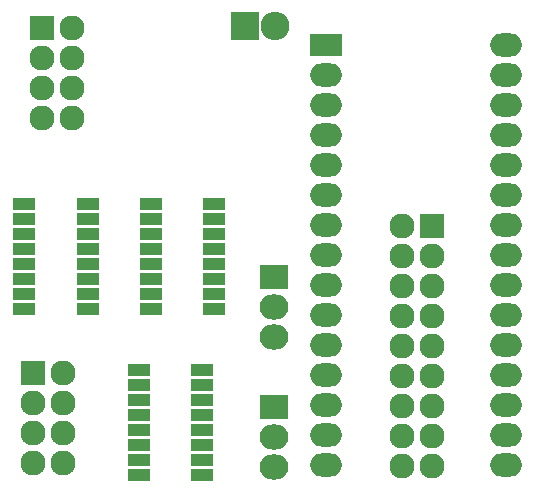
<source format=gts>
G04 #@! TF.FileFunction,Soldermask,Top*
%FSLAX46Y46*%
G04 Gerber Fmt 4.6, Leading zero omitted, Abs format (unit mm)*
G04 Created by KiCad (PCBNEW 4.0.2-stable) date 16.05.2016 20:30:10*
%MOMM*%
G01*
G04 APERTURE LIST*
%ADD10C,0.100000*%
%ADD11R,1.900000X1.000000*%
%ADD12R,2.127200X2.127200*%
%ADD13O,2.127200X2.127200*%
%ADD14R,2.432000X2.127200*%
%ADD15O,2.432000X2.127200*%
%ADD16R,2.686000X1.974800*%
%ADD17O,2.686000X1.974800*%
%ADD18R,2.432000X2.432000*%
%ADD19O,2.432000X2.432000*%
G04 APERTURE END LIST*
D10*
D11*
X135031500Y-106489500D03*
X135031500Y-107759500D03*
X135031500Y-109029500D03*
X135031500Y-110299500D03*
X135031500Y-111569500D03*
X135031500Y-112839500D03*
X135031500Y-114109500D03*
X135031500Y-115379500D03*
X140431500Y-115379500D03*
X140431500Y-114109500D03*
X140431500Y-112839500D03*
X140431500Y-111569500D03*
X140431500Y-110299500D03*
X140431500Y-109029500D03*
X140431500Y-107759500D03*
X140431500Y-106489500D03*
X151163000Y-115379500D03*
X151163000Y-114109500D03*
X151163000Y-112839500D03*
X151163000Y-111569500D03*
X151163000Y-110299500D03*
X151163000Y-109029500D03*
X151163000Y-107759500D03*
X151163000Y-106489500D03*
X145763000Y-106489500D03*
X145763000Y-107759500D03*
X145763000Y-109029500D03*
X145763000Y-110299500D03*
X145763000Y-111569500D03*
X145763000Y-112839500D03*
X145763000Y-114109500D03*
X145763000Y-115379500D03*
D12*
X169545000Y-108331000D03*
D13*
X167005000Y-108331000D03*
X169545000Y-110871000D03*
X167005000Y-110871000D03*
X169545000Y-113411000D03*
X167005000Y-113411000D03*
X169545000Y-115951000D03*
X167005000Y-115951000D03*
X169545000Y-118491000D03*
X167005000Y-118491000D03*
X169545000Y-121031000D03*
X167005000Y-121031000D03*
X169545000Y-123571000D03*
X167005000Y-123571000D03*
X169545000Y-126111000D03*
X167005000Y-126111000D03*
X169545000Y-128651000D03*
X167005000Y-128651000D03*
D14*
X156210000Y-112649000D03*
D15*
X156210000Y-115189000D03*
X156210000Y-117729000D03*
D14*
X156210000Y-123698000D03*
D15*
X156210000Y-126238000D03*
X156210000Y-128778000D03*
D12*
X135826500Y-120777000D03*
D13*
X138366500Y-120777000D03*
X135826500Y-123317000D03*
X138366500Y-123317000D03*
X135826500Y-125857000D03*
X138366500Y-125857000D03*
X135826500Y-128397000D03*
X138366500Y-128397000D03*
D11*
X150147000Y-129476500D03*
X150147000Y-128206500D03*
X150147000Y-126936500D03*
X150147000Y-125666500D03*
X150147000Y-124396500D03*
X150147000Y-123126500D03*
X150147000Y-121856500D03*
X150147000Y-120586500D03*
X144747000Y-120586500D03*
X144747000Y-121856500D03*
X144747000Y-123126500D03*
X144747000Y-124396500D03*
X144747000Y-125666500D03*
X144747000Y-126936500D03*
X144747000Y-128206500D03*
X144747000Y-129476500D03*
D12*
X136525000Y-91630500D03*
D13*
X139065000Y-91630500D03*
X136525000Y-94170500D03*
X139065000Y-94170500D03*
X136525000Y-96710500D03*
X139065000Y-96710500D03*
X136525000Y-99250500D03*
X139065000Y-99250500D03*
D16*
X160591500Y-93027500D03*
D17*
X160591500Y-95567500D03*
X160591500Y-98107500D03*
X160591500Y-100647500D03*
X160591500Y-103187500D03*
X160591500Y-105727500D03*
X160591500Y-108267500D03*
X160591500Y-110807500D03*
X160591500Y-113347500D03*
X160591500Y-115887500D03*
X160591500Y-118427500D03*
X160591500Y-120967500D03*
X160591500Y-123507500D03*
X160591500Y-126047500D03*
X160591500Y-128587500D03*
X175831500Y-128587500D03*
X175831500Y-126047500D03*
X175831500Y-123507500D03*
X175831500Y-120967500D03*
X175831500Y-118427500D03*
X175831500Y-115887500D03*
X175831500Y-113347500D03*
X175831500Y-110807500D03*
X175831500Y-108267500D03*
X175831500Y-105727500D03*
X175831500Y-103187500D03*
X175831500Y-100647500D03*
X175831500Y-98107500D03*
X175831500Y-95567500D03*
X175831500Y-93027500D03*
D18*
X153733500Y-91440000D03*
D19*
X156273500Y-91440000D03*
M02*

</source>
